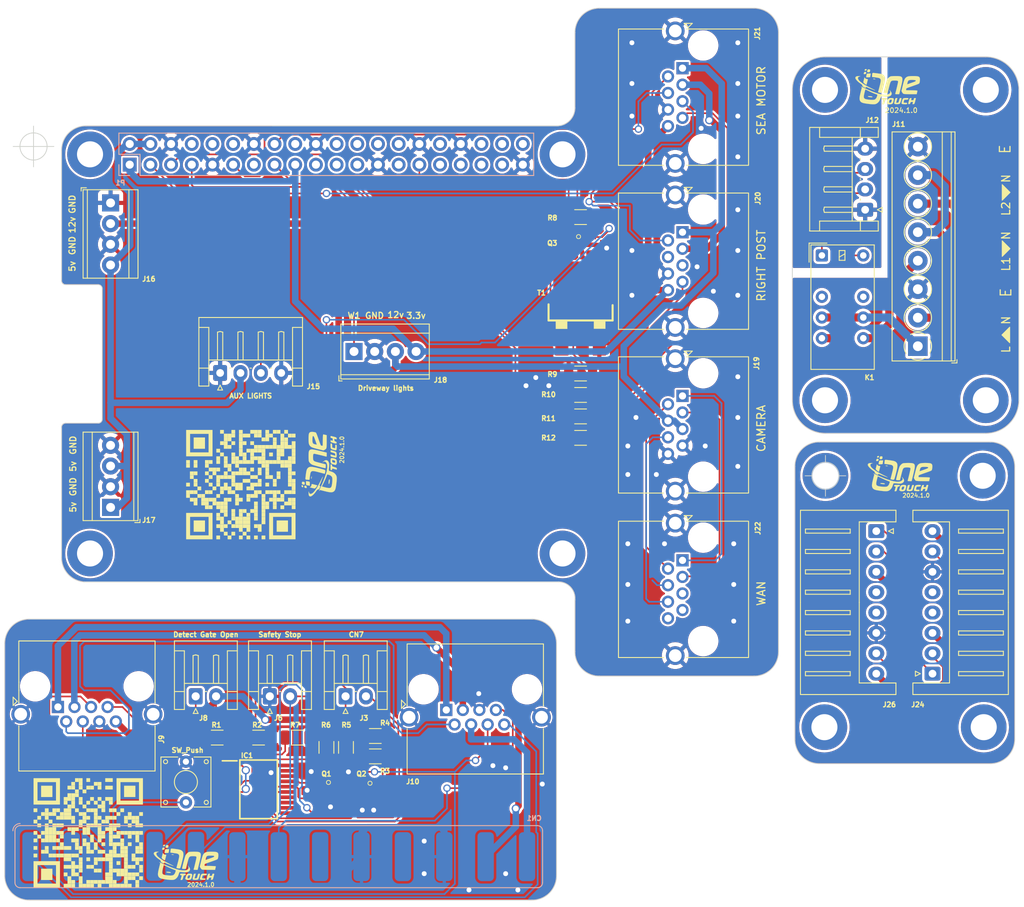
<source format=kicad_pcb>
(kicad_pcb (version 20240108) (generator "pcbnew") (generator_version "8.0")
  (title_block (title "Gate PCB's") (date "15 nov 2012") (rev "2022.1.2") (company "Donie Kelly"))
  (layers (0 "F.Cu" signal) (31 "B.Cu" signal) (34 "B.Paste" user) (35 "F.Paste" user) (36 "B.SilkS" user "B.Silkscreen") (37 "F.SilkS" user "F.Silkscreen") (38 "B.Mask" user) (39 "F.Mask" user) (44 "Edge.Cuts" user))
  (net 0 "")
  (net 1 "GND")
  (net 2 "START")
  (net 3 "STOP")
  (net 4 "PEDST")
  (net 6 "Net-(IC1-GP5)")
  (net 9 "Rpi11")
  (net 10 "3V3")
  (net 11 "W1")
  (net 16 "Net-(IC1-GP6)")
  (net 17 "Net-(IC1-GP7)")
  (net 19 "Net-(IC1-GP1)")
  (net 20 "Net-(IC1-GP0)")
  (net 21 "Net-(IC1-ADDR)")
  (net 24 "Rpi13")
  (net 26 "GATE_LED_COM")
  (net 33 "SCL1")
  (net 34 "SDA1")
  (net 37 "+12V")
  (net 38 "Rpi15")
  (net 39 "Rpi16")
  (net 40 "CN1_(FL)-")
  (net 41 "PH1")
  (net 42 "ANTENNA+")
  (net 43 "CN1_24v(FL)")
  (net 46 "Rpi29")
  (net 47 "L")
  (net 55 "L2")
  (net 56 "L1")
  (net 61 "REED LEFT")
  (net 62 "REED RIGHT")
  (net 64 "+5v")
  (net 65 "+12v")
  (net 66 "Net-(J12-Pin_2)")
  (net 67 "Net-(J12-Pin_3)")
  (net 68 "Net-(J15-Pin_3)")
  (net 69 "Net-(J19-Pad2)")
  (net 70 "Net-(J19-Pad6)")
  (net 71 "Net-(J19-Pad3)")
  (net 72 "Net-(J19-Pad1)")
  (net 76 "unconnected-(J22-Pad4)")
  (net 79 "N")
  (net 80 "E")
  (net 82 "GATE_LED_12V")
  (net 84 "Net-(J24-Pin_2)")
  (footprint "MountingHole:MountingHole_3.2mm_M3_DIN965_Pad" (layer "F.Cu") (at 64.48 107.694 180)
    (property "Reference" "MK5" (hide yes))
    (property "Value" "M3.2" (hide yes))
  )
  (footprint "MountingHole:MountingHole_3.2mm_M3_DIN965_Pad" (layer "F.Cu") (at 122.48 107.694 180)
    (property "Reference" "MK6" (hide yes))
    (property "Value" "M3.2" (hide yes))
  )
  (footprint "MountingHole:MountingHole_3.2mm_M3_DIN965_Pad" (layer "F.Cu") (at 64.48 156.694)
    (property "Reference" "MK7" (hide yes))
    (property "Value" "M3.2" (hide yes))
  )
  (footprint "MountingHole:MountingHole_3.2mm_M3_DIN965_Pad" (layer "F.Cu") (at 122.48 156.694)
    (property "Reference" "MK8" (hide yes))
    (property "Value" "M3.2" (hide yes))
  )
  (footprint "OneTouch_Logo:onetouchlogo" (layer "F.Cu") (at 92.75 145.75 90)
    (property "Reference" "G3" (hide yes))
    (property "Value" "LOGO" (hide yes))
  )
  (footprint "STD40NF10:D_PAK" (layer "F.Cu") (at 124.7 127.6)
    (property "Reference" "T1")
    (property "Value" "STD40NF10" (hide yes))
  )
  (footprint "Resistor_SMD:R_1206_3216Metric" (layer "F.Cu") (at 95.9 180.5 90)
    (property "Reference" "R5")
    (property "Value" "10k")
  )
  (footprint "Connector_RJ:RJ45_Amphenol_RJHSE5380" (layer "F.Cu") (at 137.21 117.254 -90)
    (property "Reference" "J20")
    (property "Value" "RJ45_Shielded")
  )
  (footprint "Resistor_SMD:R_1206_3216Metric" (layer "F.Cu") (at 99.5 181.6 180)
    (property "Reference" "R3")
    (property "Value" "10k")
  )
  (footprint "Connector_RJ:RJ45_Amphenol_RJHSE5380" (layer "F.Cu") (at 137.21 157.54 -90)
    (property "Reference" "J22")
    (property "Value" "Ethernet")
  )
  (footprint "MountingHole:MountingHole_3.2mm_M3_DIN965_Pad" (layer "F.Cu") (at 174.4425 137.886 -90)
    (property "Reference" "MK1" (hide yes))
    (property "Value" "M3.2" (hide yes))
  )
  (footprint "Resistor_SMD:R_1206_3216Metric" (layer "F.Cu") (at 124.7 134.6)
    (property "Reference" "R9")
    (property "Value" "10K")
  )
  (footprint "Resistor_SMD:R_1206_3216Metric" (layer "F.Cu") (at 99.5 179.1 180)
    (property "Reference" "R4")
    (property "Value" "10k")
  )
  (footprint "MountingHole:MountingHole_3.2mm_M3_DIN965_Pad" (layer "F.Cu") (at 154.703 137.886 -90)
    (property "Reference" "MK3" (hide yes))
    (property "Value" "M3.2" (hide yes))
  )
  (footprint "Resistor_SMD:R_1206_3216Metric" (layer "F.Cu") (at 89.9 179.2975)
    (property "Reference" "R7")
    (property "Value" "10k")
  )
  (footprint "MountingHole:MountingHole_3.2mm_M3_DIN965_Pad" (layer "F.Cu") (at 154.703 99.786 -90)
    (property "Reference" "MK4" (hide yes))
    (property "Value" "M3.2" (hide yes))
  )
  (footprint "Connector_RJ:RJ45_Amphenol_RJHSE5380" (layer "F.Cu") (at 60.54 175.54)
    (property "Reference" "J9")
    (property "Value" "RJ45_Shielded")
  )
  (footprint "Resistor_SMD:R_1206_3216Metric" (layer "F.Cu") (at 124.7 139.866666 180)
    (property "Reference" "R11")
    (property "Value" "1K")
  )
  (footprint "Connector_JST:JST_EH_S4B-EH_1x04_P2.50mm_Horizontal" (layer "F.Cu") (at 80.45 134.5325)
    (property "Reference" "J15")
    (property "Value" "AUX")
  )
  (footprint "Resistor_SMD:R_1206_3216Metric" (layer "F.Cu") (at 93.5 180.5 90)
    (property "Reference" "R6")
    (property "Value" "10k")
  )
  (footprint "Connector:Gate_Connector_2022" (layer "F.Cu") (at 87.649655 193.910767)
    (property "Reference" "J4" (hide yes))
    (property "Value" "CN1")
  )
  (footprint "Connector_RJ:RJ45_Amphenol_RJHSE5380" (layer "F.Cu") (at 108.212999 175.904999)
    (property "Reference" "J10")
    (property "Value" "RJ45_Shielded")
  )
  (footprint "Connector_RJ:RJ45_Amphenol_RJHSE5380" (layer "F.Cu") (at 137.21 97.118 -90)
    (property "Reference" "J21")
    (property "Value" "RJ45_Shielded" (hide yes))
  )
  (footprint "Relay_THT:Relay_DPDT_Kemet_EC2" (layer "F.Cu") (at 154.322 120.106)
    (property "Reference" "K1")
    (property "Value" "EC2-5SNU")
  )
  (footprint "Resistor_SMD:R_1206_3216Metric" (layer "F.Cu") (at 124.7 115.4)
    (property "Reference" "R8")
    (property "Value" "10k")
  )
  (footprint "TerminalBlock_TE-Connectivity:TerminalBlock_TE_282834-4_1x04_P2.54mm_Horizontal" (layer "F.Cu") (at 67 151.04 90)
    (property "Reference" "J17")
    (property "Value" "Fiber Power")
  )
  (footprint "Connector_RJ:RJ45_Amphenol_RJHSE5380" (layer "F.Cu") (at 137.21 137.354 -90)
    (property "Reference" "J19")
    (property "Value" "POE Camera")
  )
  (footprint "Resistor_SMD:R_1206_3216Metric" (layer "F.Cu") (at 124.7 137.233333 180)
    (property "Reference" "R10")
    (property "Value" "10K")
  )
  (footprint "Button_Switch_THT:TS-D015" (layer "F.Cu") (at 76.25 184.75 90)
    (property "Reference" "SW4" (hide yes))
    (property "Value" "SW_Push")
  )
  (footprint "FDC6561AN:SSOT-6" (layer "F.Cu") (at 99.1 185.9 -90)
    (property "Reference" "Q2")
    (property "Value" "FDC6561AN" (hide yes))
  )
  (footprint "MountingHole:MountingHole_3.2mm_M3_DIN965_Pad" (layer "F.Cu") (at 174.0615 147.157)
    (property "Reference" "MK10" (hide yes))
    (property "Value" "M3.2" (hide yes))
  )
  (footprint "TerminalBlock_Phoenix:TerminalBlock_Phoenix_PT-1,5-8-3.5-H_1x08_P3.50mm_Horizontal" (layer "F.Cu") (at 166.1 131.25 90)
    (property "Reference" "J11")
    (property "Value" "AUX")
  )
  (footprint "Resistor_SMD:R_1206_3216Metric" (layer "F.Cu") (at 124.7 142.5 180)
    (property "Reference" "R12")
    (property "Value" "1K")
  )
  (footprint "FDC6561AN:SSOT-6" (layer "F.Cu") (at 94 185.8 -90)
    (property "Reference" "Q1")
    (property "Value" "FDC6561AN" (hide yes))
  )
  (footprint "OneTouch_Logo:onetouchlogo" (layer "F.Cu") (at 76.25 194.75)
    (property "Reference" "G1" (hide yes))
    (property "Value" "LOGO" (hide yes))
  )
  (footprint "MountingHole:MountingHole_3.2mm_M3_DIN965_Pad" (layer "F.Cu") (at 154.7575 147.157)
    (property "Reference" "MK12" (hide yes))
    (property "Value" "M3.2" (hide yes))
  )
  (footprint "Connector_JST:JST_XH_S8B-XH-A_1x08_P2.50mm_Horizontal" (layer "F.Cu") (at 161 153.95 -90)
    (property "Reference" "J26")
    (property "Value" "Post")
  )
  (footprint "Connector_JST:JST_EH_S2B-EH_1x02_P2.50mm_Horizontal" (layer "F.Cu") (at 77.45 174.2325)
    (property "Reference" "J8")
    (property "Value" "Detect Gate Open")
  )
  (footprint "MCP23009-E_SS:SOP65P780X200-20N" (layer "F.Cu") (at 85.172185 185.6475)
    (property "Reference" "IC1")
    (property "Value" "MCP23009-E_SS" (hide yes))
  )
  (footprint "Connector_JST:JST_XH_S8B-XH-A_1x08_P2.50mm_Horizontal" (layer "F.Cu") (at 167.9 171.45 90)
    (property "Reference" "J24")
    (property "Value" "Pi")
  )
  (footprint "Resistor_SMD:R_1206_3216Metric" (layer "F.Cu") (at 80.092185 179.2975)
    (property "Reference" "R1")
    (property "Value" "1K")
  )
  (footprint "Logos:QRCode Github Automation" (layer "F.Cu") (at 89.972187 155.223698 90)
    (property "Reference" "U2" (hide yes))
    (property "Value" "~" (hide yes))
  )
  (footprint "MountingHole:MountingHole_3.2mm_M3_DIN965_Pad" (layer "F.Cu") (at 154.6305 178.018)
    (property "Reference" "MK11" (hide yes))
    (property "Value" "M3.2" (hide yes))
  )
  (footprint "Connector_JST:JST_EH_S4B-EH_1x04_P2.50mm_Horizontal" (layer "F.Cu") (at 159.6325 114.5 90)
    (property "Reference" "J12")
    (property "Value" "AUX")
  )
  (footprint "MountingHole:MountingHole_3.2mm_M3_DIN965_Pad" (layer "F.Cu") (at 174.4425 99.786 -90)
    (property "Reference" "MK2" (hide yes))
    (property "Value" "M3.2" (hide yes))
  )
  (footprint "Connector_JST:JST_EH_S2B-EH_1x02_P2.50mm_Horizontal" (layer "F.Cu") (at 86.55 174.2325)
    (property "Reference" "J6")
    (property "Value" "Safety Stop")
  )
  (footprint "Resistor_SMD:R_1206_3216Metric" (layer "F.Cu") (at 85.172185 179.2975)
    (property "Reference" "R2")
    (property "Value" "15K")
  )
  (footprint "TerminalBlock_TE-Connectivity:TerminalBlock_TE_282834-4_1x04_P2.54mm_Horizontal" (layer "F.Cu") (at 96.885 131.9)
    (property "Reference" "J18")
    (property "Value" "Driveway lights")
  )
  (footprint "OneTouch_Logo:onetouchlogo" (layer "F.Cu") (at 163.9015 147.03)
    (property "Reference" "G4" (hide yes))
    (property "Value" "LOGO" (hide yes))
  )
  (footprint "Logos:QRCode Github Automation" (layer "F.Cu") (at 57.276303 197.972187)
    (property "Reference" "U1" (hide yes))
    (property "Value" "~" (hide yes))
  )
  (footprint "Connector_JST:JST_EH_S2B-EH_1x02_P2.50mm_Horizontal" (layer "F.Cu") (at 95.85 174.2325)
    (property "Reference" "J3")
    (property "Value" "CN7")
  )
  (footprint "TerminalBlock_TE-Connectivity:TerminalBlock_TE_282834-4_1x04_P2.54mm_Horizontal" (layer "F.Cu") (at 67 113.66 -90)
    (property "Reference" "J16")
    (property "Value" "Power")
  )
  (footprint "MountingHole:MountingHole_3.2mm_M3_DIN965_Pad" (layer "F.Cu") (at 174.1885 178.018)
    (property "Reference" "MK9" (hide yes))
    (property "Value" "M3.2" (hide yes))
  )
  (footprint "OneTouch_Logo:onetouchlogo" (layer "F.Cu") (at 162.3775 99.532)
    (property "Reference" "G2" (hide yes))
    (property "Value" "LOGO" (hide yes))
  )
  (footprint "FDC6561AN:SSOT-6" (layer "F.Cu") (at 124.7 118.8 -90)
    (property "Reference" "Q3")
    (property "Value" "FDC6561AN" (hide yes))
  )
  (footprint "Connector_PinSocket_2.54mm:PinSocket_2x20_P2.54mm_Vertical" (layer "B.Cu") (at 69.35 108.964 -90)
    (property "Reference" "P1")
    (property "Value" "pi")
  )
  (gr_poly (pts (xy 177.379845 130.831413) (xy 176.417845 129.869413) (xy 177.379845 128.907413)) (stroke (width 0.1)) (fill solid) (layer "F.SilkS"))
  (gr_poly (pts (xy 176.455845 111.407413) (xy 177.417845 112.369413) (xy 176.455845 113.331413)) (stroke (width 0.1)) (fill solid) (layer "F.SilkS"))
  (gr_poly (pts (xy 176.455845 118.307413) (xy 177.417845 119.269413) (xy 176.455845 120.231413)) (stroke (width 0.1)) (fill solid) (layer "F.SilkS"))
  (gr_arc (start 122 160.184614) (mid 123.42085 160.77315) (end 124 162.387989) (stroke (width 0.1)) (layer "Edge.Cuts"))
  (gr_arc (start 65.4801 123.694) (mid 65.833587 123.84043) (end 65.98 124.1939) (stroke (width 0.1)) (layer "Edge.Cuts"))
  (gr_line (start 174.4426 95.722) (end 154.7575 95.722) (stroke (width 0.1)) (layer "Edge.Cuts"))
  (gr_arc (start 57 199.25) (mid 54.87868 198.37132) (end 54 196.25) (stroke (width 0.1)) (layer "Edge.Cuts"))
  (gr_line (start 124 92.75) (end 124 102) (stroke (width 0.1)) (layer "Edge.Cuts"))
  (gr_arc (start 118.75 164.75) (mid 120.87132 165.62868) (end 121.75 167.75) (stroke (width 0.1)) (layer "Edge.Cuts"))
  (gr_arc (start 174.4426 95.722) (mid 177.316211 96.912289) (end 178.5065 99.7859) (stroke (width 0.1)) (layer "Edge.Cuts"))
  (gr_line (start 118.75 199.25) (end 57 199.25) (stroke (width 0.1)) (layer "Edge.Cuts"))
  (gr_line (start 60.98 141.194) (end 60.98 157.1939) (stroke (width 0.1)) (layer "Edge.Cuts"))
  (gr_line (start 146 171.75) (end 127 171.75) (stroke (width 0.1)) (layer "Edge.Cuts"))
  (gr_arc (start 65.98 140.194) (mid 65.833555 140.547546) (end 65.48 140.694) (stroke (width 0.1)) (layer "Edge.Cuts"))
  (gr_arc (start 60.98 107.194) (mid 61.858682 105.072672) (end 63.98 104.194) (stroke (width 0.1)) (layer "Edge.Cuts"))
  (gr_line (start 151 179.5) (end 151 146) (stroke (width 0.1)) (layer "Edge.Cuts"))
  (gr_arc (start 124 102) (mid 123.357392 103.551392) (end 121.806 104.194) (stroke (width 0.1)) (layer "Edge.Cuts"))
  (gr_line (start 121.75 167.75) (end 121.75 196.25) (stroke (width 0.1)) (layer "Edge.Cuts"))
  (gr_arc (start 175 143) (mid 177.12132 143.87868) (end 178 146) (stroke (width 0.1)) (layer "Edge.Cuts"))
  (gr_line (start 57 164.75) (end 118.75 164.75) (stroke (width 0.1)) (layer "Edge.Cuts"))
  (gr_line (start 65.48 140.694) (end 61.48 140.694001) (stroke (width 0.1)) (layer "Edge.Cuts"))
  (gr_line (start 178.5065 137.886) (end 178.5065 99.7859) (stroke (width 0.1)) (layer "Edge.Cuts"))
  (gr_line (start 149 168.75) (end 149 92.75) (stroke (width 0.1)) (layer "Edge.Cuts"))
  (gr_arc (start 154.7576 141.95) (mid 151.883847 140.759653) (end 150.6935 137.8859) (stroke (width 0.1)) (layer "Edge.Cuts"))
  (gr_arc (start 127 171.75) (mid 124.87868 170.87132) (end 124 168.75) (stroke (width 0.1)) (layer "Edge.Cuts"))
  (gr_line (start 60.98 107.194) (end 60.98 123.1939) (stroke (width 0.1)) (layer "Edge.Cuts"))
  (gr_arc (start 154 182.5) (mid 151.87868 181.62132) (end 151 179.5) (stroke (width 0.1)) (layer "Edge.Cuts"))
  (gr_line (start 154 143) (end 175 143) (stroke (width 0.1)) (layer "Edge.Cuts"))
  (gr_line (start 150.6935 99.786) (end 150.6935 137.8859) (stroke (width 0.1)) (layer "Edge.Cuts"))
  (gr_arc (start 150.6935 99.786) (mid 151.883818 96.912318) (end 154.7575 95.722) (stroke (width 0.1)) (layer "Edge.Cuts"))
  (gr_line (start 65.98 124.1939) (end 65.98 140.194) (stroke (width 0.1)) (layer "Edge.Cuts"))
  (gr_arc (start 54 167.75) (mid 54.87868 165.62868) (end 57 164.75) (stroke (width 0.1)) (layer "Edge.Cuts"))
  (gr_arc (start 63.743023 160.184614) (mid 61.858713 159.315304) (end 60.980006 157.1939) (stroke (width 0.1)) (layer "Edge.Cuts"))
  (gr_arc (start 151 146) (mid 151.87868 143.87868) (end 154 143) (stroke (width 0.1)) (layer "Edge.Cuts"))
  (gr_arc (start 146 89.75) (mid 148.12132 90.62868) (end 149 92.75) (stroke (width 0.1)) (layer "Edge.Cuts"))
  (gr_arc (start 121.75 196.25) (mid 120.87132 198.37132) (end 118.75 199.25) (stroke (width 0.1)) (layer "Edge.Cuts"))
  (gr_arc (start 60.98 141.194) (mid 61.12614 140.840748) (end 61.48 140.694) (stroke (width 0.1)) (layer "Edge.Cuts"))
  (gr_line (start 178 146) (end 178 179.5) (stroke (width 0.1)) (layer "Edge.Cuts"))
  (gr_line (start 175 182.5) (end 154 182.5) (stroke (width 0.1)) (layer "Edge.Cuts"))
  (gr_line (start 122 160.184614) (end 63.743023 160.184614) (stroke (width 0.1)) (layer "Edge.Cuts"))
  (gr_line (start 124 168.75) (end 124 162.387989) (stroke (width 0.1)) (layer "Edge.Cuts"))
  (gr_line (start 154.7576 141.95) (end 174.4425 141.95) (stroke (width 0.1)) (layer "Edge.Cuts"))
  (gr_arc (start 149 168.75) (mid 148.12132 170.87132) (end 146 171.75) (stroke (width 0.1)) (layer "Edge.Cuts"))
  (gr_line (start 61.4801 123.694) (end 65.4801 123.694) (stroke (width 0.1)) (layer "Edge.Cuts"))
  (gr_line (start 63.98 104.194) (end 121.806 104.194) (stroke (width 0.1)) (layer "Edge.Cuts"))
  (gr_line (start 54 196.25) (end 54 167.75) (stroke (width 0.1)) (layer "Edge.Cuts"))
  (gr_arc (start 124 92.75) (mid 124.87868 90.62868) (end 127 89.75) (stroke (width 0.1)) (layer "Edge.Cuts"))
  (gr_arc (start 61.4801 123.694) (mid 61.12648 123.547537) (end 60.98 123.1939) (stroke (width 0.1)) (layer "Edge.Cuts"))
  (gr_line (start 127 89.75) (end 146 89.75) (stroke (width 0.1)) (layer "Edge.Cuts"))
  (gr_arc (start 178 179.5) (mid 177.12132 181.62132) (end 175 182.5) (stroke (width 0.1)) (layer "Edge.Cuts"))
  (gr_arc (start 178.5065 137.886) (mid 177.316182 140.759682) (end 174.4425 141.95) (stroke (width 0.1)) (layer "Edge.Cuts"))
  (gr_text "2024.1.0\n" (at 76.35 197.35 0) (layer "F.SilkS") (effects (font (size 0.5 0.5) (thickness 0.1)) (justify left)))
  (gr_text "L2" (at 176.917845 114.369413 90) (layer "F.SilkS") (effects (font (size 1 1))))
  (gr_text "12v" (at 62.3 116.36 90) (layer "F.SilkS") (effects (font (size 0.75 0.75))))
  (gr_text "GND" (at 99.4 127.5 0) (layer "F.SilkS") (effects (font (size 0.75 0.75))))
  (gr_text "GND" (at 62.4 143.4 90) (layer "F.SilkS") (effects (font (size 0.75 0.75))))
  (gr_text "WAN" (at 147.46 161.6 90) (layer "F.SilkS") (effects (font (size 1 1) (thickness 0.15) (bold yes)) (justify bottom)))
  (gr_text "L" (at 176.917845 131.669413 90) (layer "F.SilkS") (effects (font (size 1 1))))
  (gr_text "5v" (at 62.4 151 90) (layer "F.SilkS") (effects (font (size 0.75 0.75))))
  (gr_text "N" (at 176.917845 110.669413 90) (layer "F.SilkS") (effects (font (size 1 1))))
  (gr_text "RIGHT POST" (at 147.46 121.35 90) (layer "F.SilkS") (effects (font (size 1 1) (thickness 0.15) (bold yes)) (justify bottom)))
  (gr_text "SEA MOTOR" (at 147.46 101.1 90) (layer "F.SilkS") (effects (font (size 1 1) (thickness 0.15) (bold yes)) (justify bottom)))
  (gr_text "W1" (at 96.9 127.5 0) (layer "F.SilkS") (effects (font (size 0.75 0.75))))
  (gr_text "2024.1.0\n" (at 95.41 145.694 90) (layer "F.SilkS") (effects (font (size 0.5 0.5) (thickness 0.1)) (justify left)))
  (gr_text "N" (at 176.917845 117.669413 90) (layer "F.SilkS") (effects (font (size 1 1))))
  (gr_text "5v" (at 62.4 146 90) (layer "F.SilkS") (effects (font (size 0.75 0.75))))
  (gr_text "N" (at 176.917845 128.069413 90) (layer "F.SilkS") (effects (font (size 1 1))))
  (gr_text "GND" (at 62.3 118.9 90) (layer "F.SilkS") (effects (font (size 0.75 0.75))))
  (gr_text "AUX LIGHTS" (at 84.2 137.7 0) (layer "F.SilkS") (effects (font (size 0.6 0.6) (thickness 0.15) (bold yes)) (justify bottom)))
  (gr_text "5v\n" (at 62.3 121.44 90) (layer "F.SilkS") (effects (font (size 0.75 0.75))))
  (gr_text "CAMERA" (at 147.46 141.35 90) (layer "F.SilkS") (effects (font (size 1 1) (thickness 0.15) (bold yes)) (justify bottom)))
  (gr_text "3.3v" (at 104.5 127.5 0) (layer "F.SilkS") (effects (font (size 0.75 0.75))))
  (gr_text "2024.1.0" (at 164.1555 149.57 0) (layer "F.SilkS") (effects (font (size 0.5 0.5) (thickness 0.1)) (justify left)))
  (gr_text "E\n" (at 176.817845 107.069413 90) (layer "F.SilkS") (effects (font (size 1.3 1.3))))
  (gr_text "12v" (at 102 127.4 0) (layer "F.SilkS") (effects (font (size 0.75 0.75))))
  (gr_text "L1" (at 176.917845 121.169413 90) (layer "F.SilkS") (effects (font (size 1 1))))
  (gr_text "GND" (at 62.3 113.82 90) (layer "F.SilkS") (effects (font (size 0.75 0.75))))
  (gr_text "GND" (at 62.4 148.5 90) (layer "F.SilkS") (effects (font (size 0.75 0.75))))
  (gr_text "E\n" (at 176.917845 124.669413 90) (layer "F.SilkS") (effects (font (size 1.3 1.3))))
  (gr_text "2024.1.0" (at 162 102.3 0) (layer "F.SilkS") (effects (font (size 0.6 0.6) (thickness 0.1)) (justify left)))
  (target plus (at 154.7575 147.157) (size 5) (width 0.1) (layer "Edge.Cuts"))
  (target plus (at 57.544345 106.729413) (size 5) (width 0.1) (layer "Edge.Cuts"))
  (via (at 91.1282 185.7632) (size 0.9) (drill 0.6) (layers "F.Cu" "B.Cu") (net 1))
  (via (at 113.935968 182.739834) (size 0.9) (drill 0.6) (layers "F.Cu" "B.Cu") (net 1))
  (via (at 141 124.5) (size 0.9) (drill 0.6) (layers "F.Cu" "B.Cu") (net 1))
  (via (at 115.5 196) (size 0.9) (drill 0.6) (layers "F.Cu" "B.Cu") (net 1))
  (via (at 131 103) (size 0.9) (drill 0.6) (layers "F.Cu" "B.Cu") (net 1))
  (via (at 144 108) (size 0.9) (drill 0.6) (layers "F.Cu" "B.Cu") (net 1))
  (via (at 134 147) (size 0.9) (drill 0.6) (layers "F.Cu" "B.Cu") (net 1))
  (via (at 131.5 140) (size 0.9) (drill 0.6) (layers "F.Cu" "B.Cu") (net 1))
  (via (at 119.2 135.1) (size 0.9) (drill 0.6) (layers "F.Cu" "B.Cu") (net 1))
  (via (at 112.2 173.9) (size 0.9) (drill 0.6) (layers "F.Cu" "B.Cu") (net 1))
  (via (at 97.9 188.2) (size 0.9) (drill 0.6) (layers "F.Cu" "B.Cu") (net 1))
  (via (at 94 187.8) (size 0.9) (drill 0.6) (layers "F.Cu" "B.Cu") (net 1))
  (via (at 127.9 119.2) (size 0.9) (drill 0.6) (layers "F.Cu" "B.Cu") (net 1))
  (via (at 144 146) (size 0.9) (drill 0.6) (layers "F.Cu" "B.Cu") (net 1))
  (via (at 140 143.5) (size 0.9) (drill 0.6) (layers "F.Cu" "B.Cu") (net 1))
  (via (at 117 198) (size 0.9) (drill 0.6) (layers "F.Cu" "B.Cu") (net 1))
  (via (at 143.5 165) (size 0.9) (drill 0.6) (layers "F.Cu" "B.Cu") (net 1))
  (via (at 130.5 143.5) (size 0.9) (drill 0.6) (layers "F.Cu" "B.Cu") (net 1))
  (via (at 143.5 160.5) (size 0.9) (drill 0.6) (layers "F.Cu" "B.Cu") (net 1))
  (via (at 131 125) (size 0.9) (drill 0.6) (layers "F.Cu" "B.Cu") (net 1))
  (via (at 144 140) (size 0.9) (drill 0.6) (layers "F.Cu" "B.Cu") (net 1))
  (via (at 143.5 155.5) (size 0.9) (drill 0.6) (layers "F.Cu" "B.Cu") (net 1))
  (via (at 144 94) (size 0.9) (drill 0.6) (layers "F.Cu" "B.Cu") (net 1))
  (via (at 144 135) (size 0.9) (drill 0.6) (layers "F.Cu" "B.Cu") (net 1))
  (via (at 139.5 104.5) (size 0.9) (drill 0.6) (layers "F.Cu" "B.Cu") (net 1))
  (via (at 135 155.5) (size 0.9) (drill 0.6) (layers "F.Cu" "B.Cu") (net 1))
  (via (at 120 185) (size 0.9) (drill 0.6) (layers "F.Cu" "B.Cu") (net 1))
  (via (at 130.5 165) (size 0.9) (drill 0.6) (layers "F.Cu" "B.Cu") (net 1))
  (via (at 130.5 147) (size 0.9) (drill 0.6) (layers "F.Cu" "B.Cu") (net 1))
  (via (at 131 94) (size 0.9) (drill 0.6) (layers "F.Cu" "B.Cu") (net 1))
  (via (at 115.5 183) (size 0.9) (drill 0.6) (layers "F.Cu" "B.Cu") (net 1))
  (via (at 111 198) (size 0.9) (drill 0.6) (layers "F.Cu" "B.Cu") (net 1))
  (via (at 144 125) (size 0.9) (drill 0.6) (layers "F.Cu" "B.Cu") (net 1))
  (via (at 144 103) (size 0.9) (drill 0.6) (layers "F.Cu" "B.Cu") (net 1))
  (via (at 144 99) (size 0.9) (drill 0.6) (layers "F.Cu" "B.Cu") (net 1))
  (via (at 139 121.5) (size 0.9) (drill 0.6) (layers "F.Cu" "B.Cu") (net 1))
  (via (at 144 114.5) (size 0.9) (drill 0.6) (layers "F.Cu" "B.Cu") (net 1))
  (via (at 144 119.5) (size 0.9) (drill 0.6) (layers "F.Cu" "B.Cu") (net 1))
  (via (at 86.7 183.6) (size 0.9) (drill 0.6) (layers "F.Cu" "B.Cu") (net 1))
  (via (at 130.5 155.5) (size 0.9) (drill 0.6) (layers "F.Cu" "B.Cu") (net 1))
  (via (at 105.5 196) (size 0.9) (drill 0.6) (layers "F.Cu" "B.Cu") (net 1))
  (via (at 131 99) (size 0.9) (drill 0.6) (layers "F.Cu" "B.Cu") (net 1))
  (via (at 130.5 160.5) (size 0.9) (drill 0.6) (layers "F.Cu" "B.Cu") (net 1))
  (via (at 91.6282 183.4632) (size 0.9) (drill 0.6) (layers "F.Cu" "B.Cu") (net 1))
  (via (at 120.8 136.1) (size 0.9) (drill 0.6) (layers "F.Cu" "B.Cu") (net 1))
  (via (at 105.5 192) (size 0.9) (drill 0.6) (layers "F.Cu" "B.Cu") (net 1))
  (via (at 131 119.5) (size 0.9) (drill 0.6) (layers "F.Cu" "B.Cu") (net 1))
  (via (at 118 136.1) (size 0.9) (drill 0.6) (layers "F.Cu" "B.Cu") (net 1))
  (via (at 96.2 183.5) (size 0.9) (drill 0.6) (layers "F.Cu" "B.Cu") (net 1))
  (via (at 99.3 188.2) (size 0.9) (drill 0.6) (layers "F.Cu" "B.Cu") (net 1))
  (segment (start 94.209655 197.510767) (end 97.809655 193.910767) (width 0.8) (layer "B.Cu") (net 1))
  (segment (start 62.249655 197.049655) (end 62.710767 197.510767) (width 0.8) (layer "B.Cu") (net 1))
  (segment (start 107.969655 190.769655) (end 107.969655 193.910767) (width 0.8) (layer "B.Cu") (net 1))
  (segment (start 62.710767 197.510767) (end 82.5 197.510767) (width 0.8) (layer "B.Cu") (net 1))
  (segment (start 98.5 190.3) (end 107.5 190.3) (width 0.8) (layer "B.Cu") (net 1))
  (segment (start 82.569655 197.441112) (end 82.5 197.510767) (width 0.8) (layer "B.Cu") (net 1))
  (segment (start 97.809655 193.910767) (end 97.809655 190.990345) (width 0.8) (layer "B.Cu") (net 1))
  (segment (start 107.5 190.3) (end 107.969655 190.769655) (width 0.8) (layer "B.Cu") (net 1))
  (segment (start 82.569655 193.910767) (end 82.569655 197.441112) (width 0.8) (layer "B.Cu") (net 1))
  (segment (start 82.5 197.510767) (end 94.209655 197.510767) (width 0.8) (layer "B.Cu") (net 1))
  (segment (start 62.249655 193.910767) (end 62.249655 197.049655) (width 0.8) (layer "B.Cu") (net 1))
  (segment (start 97.809655 190.990345) (end 98.5 190.3) (width 0.8) (layer "B.Cu") (net 1))
  (segment (start 113.292999 180.609767) (end 111.802765 182.100001) (width 0.2) (layer "F.Cu") (net 2))
  (segment (start 96.35 184.85) (end 97.7 183.5) (width 0.2) (layer "F.Cu") (net 2))
  (segment (start 97.7 183.5) (end 99.4 183.5) (width 0.2) (layer "F.Cu") (net 2))
  (segment (start 95.3 184.85) (end 96.35 184.85) (width 0.2) (layer "F.Cu") (net 2))
  (segment (start 113.292999 177.684999) (end 113.292999 180.609767) (width 0.2) (layer "F.Cu") (net 2))
  (via (at 111.802765 182.100001) (size 0.9) (drill 0.6) (layers "F.Cu" "B.Cu") (net 2))
  (via (at 99.4 183.5) (size 0.9) (drill 0.6) (layers "F.Cu" "B.Cu") (net 2))
  (segment (start 67.329655 187.920345) (end 68 187.25) (width 0.2) (layer "B.Cu") (net 2))
  (segment (start 60.7 191.32178) (end 61.42178 190.6) (width 0.2) (layer "B.Cu") (net 2))
  (segment (start 110.669654 182.100001) (end 111.802765 182.100001) (width 0.2) (layer "B.Cu") (net 2))
  (segment (start 61.42178 190.6) (end 64.018888 190.6) (width 0.2) (layer "B.Cu") (net 2))
  (segment (start 109.269655 183.5) (end 109.269655 197.230345) (width 0.2) (layer "B.Cu") (net 2))
  (segment (start 108 198.5) (end 62.4 198.5) (width 0.2) (layer "B.Cu") (net 2))
  (segment (start 68 187.25) (end 76.25 187.25) (width 0.2) (layer "B.Cu") (net 2))
  (segment (start 99.4 183.5) (end 109.269655 183.5) (width 0.2) (layer "B.Cu") (net 2))
  (segment (start 62.4 198.5) (end 60.7 196.8) (width 0.2) (layer "B.Cu") (net 2))
  (segment (start 60.7 196.8) (end 60.7 191.32178) (width 0.2) (layer "B.Cu") (net 2))
  (segment (start 67.329655 193.910767) (end 67.329655 187.920345) (width 0.2) (layer "B.Cu") (net 2))
  (segment (start 109.269655 197.230345) (end 108 198.5) (width 0.2) (layer "B.Cu") (net 2))
  (segment (start 64.018888 190.6) (end 67.329655 193.910767) (width 0.2) (layer "B.Cu") (net 2))
  (segment (start 109.269655 183.5) (end 110.669654 182.100001) (width 0.2) (layer "B.Cu") (net 2))
  (segment (start 94.9 177.6) (end 91.5325 174.2325) (width 0.2) (layer "F.Cu") (net 3))
  (segment (start 100.4 183.1) (end 99.7 182.4) (width 0.2) (layer "F.Cu") (net 3))
  (segment (start 98.896814 177.6) (end 94.9 177.6) (width 0.2) (layer "F.Cu") (net 3))
  (segment (start 91.5325 174.2325) (end 89.05 174.2325) (width 0.2) (layer "F.Cu") (net 3))
  (segment (start 99.7 178.403186) (end 98.896814 177.6) (width 0.2) (layer "F.Cu") (net 3))
  (segment (start 99.7 182.4) (end 99.7 178.403186) (width 0.2) (layer "F.Cu") (net 3))
  (segment (start 100.4 184.95) (end 100.4 183.1) (width 0.2) (layer "F.Cu") (net 3))
  (segment (start 86.6 190.3) (end 89.05 187.85) (width 0.2) (layer "B.Cu") (net 3))
  (segment (start 77.489655 193.870767) (end 81.060422 190.3) (width 0.2) (layer "B.Cu") (net 3))
  (segment (start 89.05 187.85) (end 89.05 174.2325) (width 0.2) (layer "B.Cu") (net 3))
  (segment (start 81.060422 190.3) (end 86.6 190.3) (width 0.2) (layer "B.Cu") (net 3))
  (segment (start 92 188.8) (end 94.9 188.8) (width 0.2) (layer "F.Cu") (net 4))
  (segment (start 95.3 188.4) (end 95.3 186.75) (width 0.2) (layer "F.Cu") (net 4))
  (segment (start 91.1 187.9) (end 92 188.8) (width 0.2) (layer "F.Cu") (net 4))
  (segment (start 94.9 188.8) (end 95.3 188.4) (width 0.2) (layer "F.Cu") (net 4))
  (via (at 91.1 187.9) (size 0.9) (drill 0.6) (layers "F.Cu" "B.Cu") (net 4))
  (segment (start 90.5 185.2914) (end 90.2282 185.5632) (width 0.2) (layer "B.Cu") (net 4))
  (segment (start 87.8 173.4) (end 88.4 172.8) (width 0.2) (layer "B.Cu") (net 4))
  (segment (start 87.8 188.5) (end 87.8 173.4) (width 0.2) (layer "B.Cu") (net 4))
  (segment (start 90.5 173.5) (end 90.5 185.2914) (width 0.2) (layer "B.Cu") (net 4))
  (segment (start 90.2282 187.0282) (end 91.1 187.9) (width 0.2) (layer "B.Cu") (net 4))
  (segment (start 88.4 172.8) (end 89.8 172.8) (width 0.2) (layer "B.Cu") (net 4))
  (segment (start 89.8 172.8) (end 90.5 173.5) (width 0.2) (layer "B.Cu") (net 4))
  (segment (start 76.380422 189.9) (end 86.4 189.9) (width 0.2) (layer "B.Cu") (net 4))
  (segment (start 86.4 189.9) (end 87.8 188.5) (width 0.2) (layer "B.Cu") (net 4))
  (segment (start 72.409655 193.870767) (end 76.380422 189.9) (width 0.2) (layer "B.Cu") (net 4))
  (segment (start 90.2282 185.5632) (end 90.2282 187.0282) (width 0.2) (layer "B.Cu") (net 4))
  (segment (start 85.2 185.8) (end 85.3725 185.9725) (width 0.2) (layer "F.Cu") (net 6))
  (segment (start 85.3725 185.9725) (end 88.722185 185.9725) (width 0.2) (layer "F.Cu") (net 6))
  (segment (start 87.1 188.675315) (end 87.624685 189.2) (width 0.2) (layer "F.Cu") (net 6))
  (segment (start 87.5725 185.9725) (end 87.1 186.445) (width 0.2) (layer "F.Cu") (net 6))
  (segment (start 97 184.95) (end 97.8 184.95) (width 0.2) (layer "F.Cu") (net 6))
  (segment (start 88.722185 185.9725) (end 87.5725 185.9725) (width 0.2) (layer "F.Cu") (net 6))
  (segment (start 88.4375 180.9625) (end 88.0368 181.3632) (width 0.2) (layer "F.Cu") (net 6))
  (segment (start 88.4375 179.2975) (end 88.4375 180.9625) (width 0.2) (layer "F.Cu") (net 6))
  (segment (start 96.9 185.05) (end 97 184.95) (width 0.2) (layer "F.Cu") (net 6))
  (segment (start 85.2 181.8) (end 85.2 185.8) (width 0.2) (layer "F.Cu") (net 6))
  (segment (start 88.0368 181.3632) (end 85.6368 181.3632) (width 0.2) (layer "F.Cu") (net 6))
  (segment (start 85.6368 181.3632) (end 85.2 181.8) (width 0.2) (layer "F.Cu") (net 6))
  (segment (start 87.1 186.445) (end 87.1 188.675315) (width 0.2) (layer "F.Cu") (net 6))
  (segment (start 96.4914 189.2) (end 96.9 188.7914) (width 0.2) (layer "F.Cu") (net 6))
  (segment (start 96.9 188.7914) (end 96.9 185.05) (width 0.2) (layer "F.Cu") (net 6))
  (segment (start 87.624685 189.2) (end 96.4914 189.2) (width 0.2) (layer "F.Cu") (net 6))
  (segment (start 85.9 108.567654) (end 86.767654 107.7) (width 0.2) (layer "F.Cu") (net 9))
  (segment (start 86.767654 107.7) (end 95.3 107.7) (width 0.2) (layer "F.Cu") (net 9))
  (segment (start 116.665685 130.9) (end 122.4 130.9) (width 0.2) (layer "F.Cu") (net 9))
  (segment (start 85.3 110.4) (end 85.9 109.8) (width 0.2) (layer "F.Cu") (net 9))
  (segment (start 82.05 108.964) (end 83.486 110.4) (width 0.2) (layer "F.Cu") (net 9))
  (segment (start 83.486 110.4) (end 85.3 110.4) (width 0.2) (layer "F.Cu") (net 9))
  (segment (start 95.3 107.7) (end 96 108.4) (width 0.2) (layer "F.Cu") (net 9))
  (segment (start 96 108.4) (end 96 110.234315) (width 0.2) (layer "F.Cu") (net 9))
  (segment (start 96 110.234315) (end 116.665685 130.9) (width 0.2) (layer "F.Cu") (net 9))
  (segment (start 85.9 109.8) (end 85.9 108.567654) (width 0.2) (layer "F.Cu") (net 9))
  (segment (start 91.3625 179.2975) (end 93.24 179.2975) (width 0.8) (layer "F.Cu") (net 10))
  (segment (start 133 106.66) (end 135.43 104.23) (width 0.8) (layer "F.Cu") (net 10))
  (segment (start 93.5 179.0375) (end 95.9 179.0375) (width 0.8) (layer "F.Cu") (net 10))
  (segment (start 161 171.5) (end 161 171.45) (width 0.8) (layer "F.Cu") (net 10))
  (segment (start 171.5 173) (end 171.5 157.55) (width 0.8) (layer "F.Cu") (net 10))
  (segment (start 93.54 179.2975) (end 93.8 179.0375) (width 0.8) (layer "F.Cu") (net 10))
  (segment (start 83.2275 185.9725) (end 81.622185 185.9725) (width 0.2) (layer "F.Cu") (net 10))
  (segment (start 171.5 157.55) (end 167.9 153.95) (width 0.8) (layer "F.Cu") (net 10))
  (segment (start 97.975 179.0375) (end 98.0375 179.1) (width 0.8) (layer "F.Cu") (net 10))
  (segment (start 79.107365 182.7225) (end 78.629685 182.24482) (width 0.2) (layer "F.Cu") (net 10))
  (segment (start 93.5 177.4) (end 93.5 179.0375) (width 0.8) (layer "F.Cu") (net 10))
  (segment (start 93.2 177.1) (end 93.5 177.4) (width 0.8) (layer "F.Cu") (net 10))
  (segment (start 83.1225 182.7225) (end 83.6 183.2) (width 0.2) (layer "F.Cu") (net 10))
  (segment (start 133 123.9) (end 133 106.66) (width 0.8) (layer "F.Cu") (net 10))
  (segment (start 165.05 175.55) (end 161 171.5) (width 0.8) (layer "F.Cu") (net 10))
  (segment (start 79.95 174.75) (end 79.95 174.2325) (width 0.8) (layer "F.Cu") (net 10))
  (segment (start 135.43 124.366) (end 133.466 124.366) (width 0.8) (layer "F.Cu") (net 10))
  (segment (start 81.622185 182.7225) (end 83.1225 182.7225) (width 0.2) (layer "F.Cu") (net 10))
  (segment (start 81.622185 182.7225) (end 79.107365 182.7225) (width 0.2) (layer "F.Cu") (net 10))
  (segment (start 98.0375 179.1) (end 98.0375 181.6) (width 0.8) (layer "F.Cu") (net 10))
  (segment (start 76 178.7) (end 79.95 174.75) (width 0.8) (layer "F.Cu") (net 10))
  (segment (start 133.466 124.366) (end 133 123.9) (width 0.8) (layer "F.Cu") (net 10))
  (segment (start 83.6 183.2) (end 83.6 183.3) (width 0.2) (layer "F.Cu") (net 10))
  (segment (start 69.032 178.7) (end 76 178.7) (width 0.8) (layer "F.Cu") (net 10))
  (segment (start 79.95 177.977185) (end 79.95 174.2325) (width 0.2) (layer "F.Cu") (net 10))
  (segment (start 83.6 185.6) (end 83.2275 185.9725) (width 0.2) (layer "F.Cu") (net 10))
  (segment (start 78.629685 179.2975) (end 79.95 177.977185) (width 0.2) (layer "F.Cu") (net 10))
  (segment (start 95.9 179.0375) (end 97.975 179.0375) (width 0.8) (layer "F.Cu") (net 10))
  (segment (start 165.05 175.55) (end 168.95 175.55) (width 0.8) (layer "F.Cu") (net 10))
  (segment (start 93.24 179.2975) (end 93.5 179.0375) (width 0.8) (layer "F.Cu") (net 10))
  (segment (start 93.2 177.1) (end 86 177.1) (width 0.8) (layer "F.Cu") (net 10))
  (segment (start 67.652 177.32) (end 69.032 178.7) (width 0.8) (layer "F.Cu") (net 10))
  (segment (start 78.629685 182.24482) (end 78.629685 179.2975) (width 0.2) (layer "F.Cu") (net 10))
  (segment (start 168.95 175.55) (end 171.5 173) (width 0.8) (layer "F.Cu") (net 10))
  (via (at 83.6 185.6) (size 1) (drill 0.7) (layers "F.Cu" "B.Cu") (net 10))
  (via (at 86 177.1) (size 1) (drill 0.7) (layers "F.Cu" "B.Cu") (net 10))
  (via (at 83.6 183.3) (size 1) (drill 0.7) (layers "F.Cu" "B.Cu") (net 10))
  (segment (start 86 177.1) (end 86 177) (width 0.8) (layer "B.Cu") (net 10))
  (segment (start 83.6 183.3) (end 83.6 185.6) (width 0.2) (layer "B.Cu") (net 10))
  (segment (start 127.85 131.9) (end 104.505 131.9) (width 0.8) (layer "B.Cu") (net 10))
  (segment (start 93.044365 129.1) (end 101.705 129.1) (width 0.8) (layer "B.Cu") (net 10))
  (segment (start 86 177) (end 83.2325 174.2325) (width 0.8) (layer "B.Cu") (net 10))
  (segment (start 70.5 111) (end 89 111) (width 0.8) (layer "B.Cu") (net 10))
  (segment (start 89 111) (end 89.67 110.33) (width 0.8) (layer "B.Cu") (net 10))
  (segment (start 128.296001 131.499999) (end 135.43 124.366) (width 0.8) (layer "B.Cu") (net 10))
  (segment (start 83.2325 174.2325) (end 79.95 174.2325) (width 0.8) (layer "B.Cu") (net 10))
  (segment (start 128.296001 131.499999) (end 128.250001 131.499999) (width 0.8) (layer "B.Cu") (net 10))
  (segment (start 69.35 108.964) (end 69.35 109.85) (width 0.8) (layer "B.Cu") (net 10))
  (segment (start 89.67 110.33) (end 89.67 108.964) (width 0.8) (layer "B.Cu") (net 10))
  (segment (start 101.705 129.1) (end 104.505 131.9) (width 0.8) (layer "B.Cu") (net 10))
  (segment (start 128.250001 131.499999) (end 127.85 131.9) (width 0.8) (layer "B.Cu") (net 10))
  (segment (start 89.67 125.725635) (end 93.044365 129.1) (width 0.8) (layer "B.Cu") (net 10))
  (segment (start 89.67 108.964) (end 89.67 125.725635) (width 0.8) (layer "B.Cu") (net 10))
  (segment (start 69.35 109.85) (end 70.5 111) (width 0.8) (layer "B.Cu") (net 10))
  (segment (start 94.7 111.7) (end 77.2 111.7) (width 0.2) (layer "F.Cu") (net 11))
  (segment (start 77.2 111.7) (end 76.97 111.47) (width 0.2) (layer "F.Cu") (net 11))
  (segment (start 96.885 113.885) (end 94.7 111.7) (width 0.2) (layer "F.Cu") (net 11))
  (segment (start 76.97 111.47) (end 76.97 108.964) (width 0.2) (layer "F.Cu") (net 11))
  (segment (start 96.885 131.9) (end 96.885 113.885) (width 0.2) (layer "F.Cu") (net 11))
  (segment (start 85.6 185.2) (end 85.6 182.2) (width 0.2) (layer "F.Cu") (net 16))
  (segment (start 88.722185 185.3225) (end 85.7225 185.3225) (width 0.2) (layer "F.Cu") (net 16))
  (segment (start 85.8375 181.9625) (end 93.5 181.9625) (width 0.2) (layer "F.Cu") (net 16))
  (segment (start 90.0282 185.553515) (end 90.0282 186.5632) (width 0.2) (layer "F.Cu") (net 16))
  (segment (start 89.797185 185.3225) (end 90.0282 185.553515) (width 0.2) (layer "F.Cu") (net 16))
  (segment (start 88.722185 185.3225) (end 89.797185 185.3225) (width 0.2) (layer "F.Cu") (net 16))
  (segment (start 85.6 182.2) (end 85.8375 181.9625) (width 0.2) (layer "F.Cu") (net 16))
  (segment (start 90.215 186.75) (end 92.7 186.75) (width 0.2) (layer "F.Cu") (net 16))
  (segment (start 85.7225 185.3225) (end 85.6 185.2) (width 0.2) (layer "F.Cu") (net 16))
  (segment (start 90.0282 186.5632) (end 90.215 186.75) (width 0.2) (layer "F.Cu") (net 16))
  (segment (start 90.205 184.85) (end 92.7 184.85) (width 0.2) (layer "F.Cu") (net 17))
  (segment (start 93.275 182.825) (end 95.575 182.825) (width 0.2) (layer "F.Cu") (net 17))
  (segment (start 95.9 182.5) (end 95.9 181.9625) (width 0.2) (layer "F.Cu") (net 17))
  (segment (start 95.575 182.825) (end 95.9 182.5) (width 0.2) (layer "F.Cu") (net 17))
  (segment (start 90.0275 184.6725) (end 90.205 184.85) (width 0.2) (layer "F.Cu") (net 17))
  (segment (start 92.7 183.4) (end 93.275 182.825) (width 0.2) (layer "F.Cu") (net 17))
  (segment (start 88.722185 184.6725) (end 90.0275 184.6725) (width 0.2) (layer "F.Cu") (net 17))
  (segment (start 92.7 184.85) (end 92.7 183.4) (width 0.2) (layer "F.Cu") (net 17))
  (segment (start 102.325 180.975) (end 101.7 181.6) (width 0.2) (layer "F.Cu") (net 19))
  (segment (start 102.4257 182.5632) (end 102.4257 182.3257) (width 0.2) (layer "F.Cu") (net 19))
  (segment (start 101.7 181.6) (end 100.9625 181.6) (width 0.2) (layer "F.Cu") (net 19))
  (segment (start 86.4225 188.5635) (end 87.459 189.6) (width 0.2) (layer "F.Cu") (net 19))
  (segment (start 102.4282 189.0632) (end 102.4282 182.5632) (width 0.2) (layer "F.Cu") (net 19))
  (segment (start 98.35 174.2325) (end 98.8325 174.2325) (width 0.2) (layer "F.Cu") (net 19))
  (segment (start 86.4225 187.9225) (end 86.4225 188.5635) (width 0.2) (layer "F.Cu") (net 19))
  (segment (start 102.325 177.725) (end 102.325 180.975) (width 0.2) (layer "F.Cu") (net 19))
  (segment (start 98.8325 174.2325) (end 102.325 177.725) (width 0.2) (layer "F.Cu") (net 19))
  (segment (start 101.8914 189.6) (end 102.4282 189.0632) (width 0.2) (layer "F.Cu") (net 19))
  (segment (start 102.4282 182.5632) (end 102.4257 182.5632) (width 0.2) (layer "F.Cu") (net 19))
  (segment (start 81.622185 187.9225) (end 86.4225 187.9225) (width 0.2) (layer "F.Cu") (net 19))
  (segment (start 87.459 189.6) (end 101.8914 189.6) (width 0.2) (layer "F.Cu") (net 19))
  (segment (start 102.4257 182.3257) (end 101.7 181.6) (width 0.2) (layer "F.Cu") (net 19))
  (segment (start 95.85 173.2325) (end 95.85 174.2325) (width 0.2) (layer "F.Cu") (net 20))
  (segment (start 96.6 177.2) (end 99.0625 177.2) (width 0.2) (layer "F.Cu") (net 20))
  (segment (start 95.85 174.2325) (end 95.85 176.45) (width 0.2) (layer "F.Cu") (net 20))
  (segment (start 95.85 176.45) (end 96.6 177.2) (width 0.2) (layer "F.Cu") (net 20))
  (segment (start 84.8 185.602082) (end 84.8 173.134314) (width 0.2) (layer "F.Cu") (net 20))
  (segment (start 83.129582 187.2725) (end 84.8 185.602082) (width 0.2) (layer "F.Cu") (net 20))
  (segment (start 81.622185 187.2725) (end 83.129582 187.2725) (width 0.2) (layer "F.Cu") (net 20))
  (segment (start 85.534314 172.4) (end 95.0175 172.4) (width 0.2) (layer "F.Cu") (net 20))
  (segment (start 84.8 173.134314) (end 85.534314 172.4) (width 0.2) (layer "F.Cu") (net 20))
  (segment (start 99.0625 177.2) (end 100.9625 179.1) (width 0.2) (layer "F.Cu") (net 20))
  (segment (start 95.0175 172.4) (end 95.85 173.2325) (width 0.2) (layer "F.Cu") (net 20))
  (segment (start 81.554685 179.2975) (end 84.4 182.142815) (width 0.2) (layer "F.Cu") (net 21))
  (segment (start 83.444685 184.6) (end 82.722185 185.3225) (width 0.2) (layer "F.Cu") (net 21))
  (segment (start 81.554685 179.2975) (end 83.709685 179.2975) (width 0.2) (layer "F.Cu") (net 21))
  (segment (start 82.722185 185.3225) (end 81.622185 185.3225) (width 0.2) (layer "F.Cu") (net 21))
  (segment (start 84.4 184.5) (end 84.3 184.6) (width 0.2) (layer "F.Cu") (net 21))
  (segment (start 84.4 182.142815) (end 84.4 184.5) (width 0.2) (layer "F.Cu") (net 21))
  (segment (start 84.3 184.6) (end 83.444685 184.6) (width 0.2) (layer "F.Cu") (net 21))
  (segment (start 133.5 100.064) (end 135.43 98.134) (width 0.2) (layer "F.Cu") (net 26))
  (segment (start 124.7 124.2) (end 129.2 119.7) (width 0.2) (layer "F.Cu") (net 26))
  (segment (start 129.2 114.4) (end 128.3 113.5) (width 0.2) (layer "F.Cu") (net 26))
  (segment (start 126 113.25) (end 126 112.5) (width 0.2) (layer "F.Cu") (net 26))
  (segment (start 125.75 113.5) (end 126 113.25) (width 0.2) (layer "F.Cu") (net 26))
  (segment (start 126 112.5) (end 133.5 105) (width 0.2) (layer "F.Cu") (net 26))
  (segment (start 128.3 113.5) (end 125.75 113.5) (width 0.2) (layer "F.Cu") (net 26))
  (segment (start 133.5 105) (end 133.5 100.064) (width 0.2) (layer "F.Cu") (net 26))
  (segment (start 129.2 119.7) (end 129.2 114.4) (width 0.2) (layer "F.Cu") (net 26))
  (via (at 125.75 113.5) (size 0.9) (drill 0.6) (layers "F.Cu" "B.Cu") (net 26))
  (segment (start 105.815001 177.684999) (end 104.75 178.75) (width 0.2) (layer "B.Cu") (net 26))
  (segment (start 63.75 167.5) (end 63.25 168) (width 0.2) (layer "B.Cu") (net 26))
  (segment (start 104.75 178.75) (end 102.75 178.75) (width 0.2) (layer "B.Cu") (net 26))
  (segment (start 63.75 173.5) (end 67 173.5) (width 0.2) (layer "B.Cu") (net 26))
  (segment (start 130.75 114) (end 126.25 114) (width 0.2) (layer "B.Cu") (net 26))
  (segment (start 132.02 118.27) (end 130.75 117) (width 0.2) (layer "B.Cu") (net 26))
  (segment (start 130.75 117) (end 130.75 114) (width 0.2) (layer "B.Cu") (net 26))
  (segment (start 61.75 178.75) (end 61.556 178.556) (width 0.2) (layer "B.Cu") (net 26))
  (segment (start 135.43 118.27) (end 132.02 118.27) (width 0.2) (layer "B.Cu") (net 26))
  (segment (start 63.25 173) (end 63.75 173.5) (width 0.2) (layer "B.Cu") (net 26))
  (segment (start 63.25 168) (end 63.25 173) (width 0.2) (layer "B.Cu") (net 26))
  (segment (start 109.228999 177.684999) (end 105.815001 177.684999) (width 0.2) (layer "B.Cu") (net 26))
  (segment (start 101.75 177.75) (end 101.75 168) (width 0.2) (layer "B.Cu") (net 26))
  (segment (start 102.75 178.75) (end 101.75 177.75) (width 0.2) (layer "B.Cu") (net 26))
  (segment (start 68.75 178.75) (end 61.75 178.75) (width 0.2) (layer "B.Cu") (net 26))
  (segment (start 126.25 114) (end 125.75 113.5) (width 0.2) (layer "B.Cu") (net 26))
  (segment (start 69.25 178.25) (end 68.75 178.75) (width 0.2) (layer "B.Cu") (net 26))
  (segment (start 101.15 167.5) (end 63.75 167.5) (width 0.2) (layer "B.Cu") (net 26))
  (segment (start 67 173.5) (end 69.25 175.75) (width 0.2) (layer "B.Cu") (net 26))
  (segment (start 61.556 178.556) (end 61.556 177.32) (width 0.2) (layer "B.Cu") (net 26))
  (segment (start 101.75 168) (end 101.2 167.45) (width 0.2) (layer "B.Cu") (net 26))
  (segment (start 69.25 175.75) (end 69.25 178.25) (width 0.2) (layer "B.Cu") (net 26))
  (segment (start 101.2 167.45) (end 101.15 167.5) (width 0.2) (layer "B.Cu") (net 26))
  (segment (start 75.694 107.7) (end 85.6 107.7) (width 0.2) (layer "F.Cu") (net 33))
  (segment (start 85.6 107.7) (end 85.9 107.4) (width 0.2) (layer "F.Cu") (net 33))
  (segment (start 85.9 105.9) (end 87.206 104.594) (width 0.2) (layer "F.Cu") (net 33))
  (segment (start 74.43 108.964) (end 75.694 107.7) (width 0.2) (layer "F.Cu") (net 33))
  (segment (start 65.2725 184.0225) (end 63.588 182.338) (width 0.2) (layer "F.Cu") (net 33))
  (segment (start 63.588 182.338) (end 63.588 177.32) (width 0.2) (layer "F.Cu") (net 33))
  (segment (start 131.794 104.594) (end 87.7 104.594) (width 0.2) (layer "F.Cu") (net 33))
  (segment (start 131.8 104.6) (end 131.794 104.594) (width 0.2) (layer "F.Cu") (net 33))
  (segment (start 85.9 107.4) (end 85.9 105.9) (width 0.2) (layer "F.Cu") (net 33))
  (segment (start 87.206 104.594) (end 87.7 104.594) (width 0.2) (layer "F.Cu") (net 33))
  (segment (start 81.622185 184.0225) (end 65.2725 184.0225) (width 0.2) (layer "F.Cu") (net 33))
  (via (at 131.8 104.6) (size 0.9) (drill 0.6) (layers "F.Cu" "B.Cu") (net 33))
  (segment (start 131.8 101.2) (end 132.834 100.166) (width 0.2) (layer "B.Cu") (net 33))
  (segment (start 132.834 100.166) (end 135.43 100.166) (width 0.2) (layer "B.Cu") (net 33))
  (segment (start 131.8 104.6) (end 131.8 101.2) (width 0.2) (layer "B.Cu") (net 33))
  (segment (start 71.89 108.964) (end 75.426 112.5) (width 0.2) (layer "F.Cu") (net 34))
  (segment (start 59.49 174.49) (end 59.49 178.99) (width 0.2) (layer "F.Cu") (net 34))
  (segment (start 63.314 174.25) (end 59.75 174.25) (width 0.2) (layer "F.Cu") (net 34))
  (segment (start 59.51 174.49) (end 59.49 174.49) (width 0.2) (layer "F.Cu") (net 34))
  (segment (start 59.75 174.25) (end 59.51 174.49) (width 0.2) (layer "F.Cu") (net 34))
  (segment (start 65.1725 184.6725) (end 81.622185 184.6725) (width 0.2) (layer "F.Cu") (net 34))
  (segment (start 75.426 112.5) (end 93.5 112.5) (width 0.2) (layer "F.Cu") (net 34))
  (segment (start 64.604 175.54) (end 63.314 174.25) (width 0.2) (layer "F.Cu") (net 34))
  (segment (start 59.49 178.99) (end 65.1725 184.6725) (width 0.2) (layer "F.Cu") (net 34))
  (via (at 93.5 112.5) (size 0.9) (drill 0.6) (layers "F.Cu" "B.Cu") (net 34))
  (segment (start 137 106.5) (end 138.5 105) (width 0.2) (layer "B.Cu") (net 34))
  (segment (start 128.644925 112.5) (end 134.644925 106.5) (width 0.2) (layer "B.Cu") (net 34))
  (segment (start 93.5 112.5) (end 128.644925 112.5) (width 0.2) (layer "B.Cu") (net 34))
  (segment (start 134.644925 106.5) (end 137 106.5) (width 0.2) (layer "B.Cu") (net 34))
  (segment (start 71.89 108.964) (end 71.764 108.964) (width 0.2) (layer "B.Cu") (net 34))
  (segment (start 138.5 105) (end 138.5 102.472) (width 0.2) (layer "B.Cu") (net 34))
  (segment (start 138.5 102.472) (end 137.21 101.182) (width 0.2) (layer "B.Cu") (net 34))
  (segment (start 95.8 134.5) (end 101.3 134.5) (width 0.8) (layer "F.Cu") (net 37))
  (segment (start 95 133.7) (end 95.8 134.5) (width 0.8) (layer "F.Cu") (net 37))
  (segment (start 67 116.2) (end 94.6 116.2) (width 0.8) (layer "F.Cu") (net 37))
  (segment (start 94.6 116.2) (end 95 116.6) (width 0.8) (layer "F.Cu") (net 37))
  (segment (start 101.965 133.835) (end 101.965 131.9) (width 0.8) (layer "F.Cu") (net 37))
  (segment (start 101.3 134.5) (end 101.965 133.835) (width 0.8) (layer "F.Cu") (net 37))
  (segment (start 95 116.6) (end 95 133.7) (width 0.8) (layer "F.Cu") (net 37))
  (segment (start 102.25 133.75) (end 130 133.75) (width 0.8) (layer "B.Cu") (net 37))
  (segment (start 136.194 140.402) (end 137.21 141.418) (width 0.8) (layer "B.Cu") (net 37))
  (segment (start 101.965 131.9) (end 101.965 133.465) (width 0.8) (layer "B.Cu") (net 37))
  (segment (start 130 131.25) (end 135 126.25) (width 0.8) (layer "B.Cu") (net 37))
  (segment (start 130 134.972) (end 135.43 140.402) (width 0.8) (layer "B.Cu") (net 37))
  (segment (start 135.43 140.402) (end 136.194 140.402) (width 0.8) (layer "B.Cu") (net 37))
  (segment (start 101.965 133.465) (end 102.25 133.75) (width 0.8) (layer "B.Cu") (net 37))
  (segment (start 135 126.25) (end 137 126.25) (width 0.8) (layer "B.Cu") (net 37))
  (segment (start 130 133.75) (end 130 134.972) (width 0.8) (layer "B.Cu") (net 37))
  (segment (start 137 126.25) (end 140.996 122.254) (width 0.8) (layer "B.Cu") (net 37))
  (segment (start 140.996 117.254) (end 142.025 116.225) (width 0.8) (layer "B.Cu") (net 37))
  (segment (start 137.21 117.254) (end 140.996 117.254) (width 0.8) (layer "B.Cu") (net 37))
  (segment (start 142.025 99.025) (end 140.118 97.118) (width 0.8) (layer "B.Cu") (net 37))
  (segment (start 142.025 116.225) (end 142.025 99.025) (width 0.8) (layer "B.Cu") (net 37))
  (segment (start 140.118 97.118) (end 137.21 97.118) (width 0.8) (layer "B.Cu") (net 37))
  (segment (start 130 133.75) (end 130 131.25) (width 0.8) (layer "B.Cu") (net 37))
  (segment (start 140.996 122.254) (end 140.996 117.254) (width 0.8) (layer "B.Cu") (net 37))
  (segment (start 87.13 108.964) (end 89.466 111.3) (width 0.2) (layer "F.Cu") (net 38))
  (segment (start 125.6 141.9375) (end 124.397244 141.9375) (width 0.2) (layer "F.Cu") (net 38))
  (segment (start 117.033333 137.233333) (end 123.2375 137.233333) (width 0.2) (layer "F.Cu") (net 38))
  (segment (start 122.84859 141.2) (end 122.24859 140.6) (width 0.2) (layer "F.Cu") (net 38))
  (segment (start 123.659744 141.2) (end 122.84859 141.2) (width 0.2) (layer "F.Cu") (net 38))
  (segment (start 126.1625 142.5) (end 125.6 141.9375) (width 0.2) (layer "F.Cu") (net 38))
  (segment (start 124.397244 141.9375) (end 123.659744 141.2) (width 0.2) (layer "F.Cu") (net 38))
  (segment (start 96.5 111.3) (end 116.7 131.5) (width 0.2) (layer "F.Cu") (net 38))
  (segment (start 122.24859 138.222243) (end 123.2375 137.233333) (width 0.2) (layer "F.Cu") (net 38))
  (segment (start 116.7 136.9) (end 117.033333 137.233333) (width 0.2) (layer "F.Cu") (net 38))
  (segment (start 122.24859 140.6) (end 122.24859 138.222243) (width 0.2) (layer "F.Cu") (net 38))
  (segment (start 89.466 111.3) (end 96.5 111.3) (width 0.2) (layer "F.Cu") (net 38))
  (segment (start 116.7 131.5) (end 116.7 136.9) (width 0.2) (layer "F.Cu") (net 38))
  (segment (start 124.5 139.5) (end 124.5 136.2625) (width 0.2) (layer "F.Cu") (net 39))
  (segment (start 121 129) (end 121 120.7) (width 0.2) (layer "F.Cu") (net 39))
  (segment (start 124.3 112.1) (end 122.994 110.794) (width 0.2) (layer "F.Cu") (net 39))
  (segment (start 119.694 110.794) (end 119.3 110.4) (width 0.2) (layer "F.Cu") (net 39))
  (segment (start 122.994 110.794) (end 119.694 110.794) (width 0.2) (layer "F.Cu") (net 39))
  (segment (start 119.3 110.4) (end 119.3 106.1) (width 0.2) (layer "F.Cu") (net 39))
  (segment (start 88.28 105.274) (end 87.13 106.424) (width 0.2) (layer "F.Cu") (net 39))
  (segment (start 124.3 120.325) (end 124.3 112.1) (width 0.2) (layer "F.Cu") (net 39))
  (segment (start 121.15 120.55) (end 124.075 120.55) (width 0.2) (layer "F.Cu") (net 39))
  (segment (start 124.5 136.2625) (end 126.1625 134.6) (width 0.2) (layer "F.Cu") (net 39))
  (segment (start 123.8 132.2375) (end 123.8 129) (width 0.2) (layer "F.Cu") (net 39))
  (segment (start 119.3 106.1) (end 118.474 105.274) (width 0.2) (layer "F.Cu") (net 39))
  (segment (start 124.075 120.55) (end 124.3 120.325) (width 0.2) (layer "F.Cu") (net 39))
  (segment (start 121 120.7) (end 121.15 120.55) (width 0.2) (layer "F.Cu") (net 39))
  (segment (start 126.1625 139.866666) (end 124.866666 139.866666) (width 0.2) (layer "F.Cu") (net 39))
  (segment (start 123.8 129) (end 121 129) (width 0.2) (layer "F.Cu") (net 39))
  (segment (start 124.866666 139.866666) (end 124.5 139.5) (width 0.2) (layer "F.Cu") (net 39))
  (segment (start 126.1625 134.6) (end 123.8 132.2375) (width 0.2) (layer "F.Cu") (net 39))
  (segment (start 118.474 105.274) (end 88.28 105.274) (width 0.2) (layer "F.Cu") (net 39))
  (segment (start 118.129655 181.129655) (end 118.129655 193.910767) (width 0.8) (layer "B.Cu") (net 40))
  (segment (start 118.018888 193.8) (end 118.129655 193.910767) (width 0.8) (layer "B.Cu") (net 40))
  (segment (start 111.260999 179.510999) (end 116.510999 179.510999) (width 0.8) (layer "B.Cu") (net 40))
  (segment (start 116.510999 179.510999) (end 118.129655 181.129655) (width 0.8) (layer "B.Cu") (net 40))
  (segment (start 111.260999 177.684999) (end 111.260999 179.510999) (width 0.8) (layer "B.Cu") (net 40))
  (segment (start 116.374999 185.125001) (end 116.374999 177.124999) (width 0.2) (layer "F.Cu") (net 41))
  (segment (start 115.154999 175.904999) (end 114.308999 175.904999) (width 0.2) (layer "F.Cu") (net 41))
  (segment (start 116 185.5) (end 116.374999 185.125001) (width 0.2) (layer "F.Cu") (net 41))
  (segment (start 108.3 185.5) (end 116 185.5) (width 0.2) (layer "F.Cu") (net 41))
  (segment (start 116.374999 177.124999) (end 115.154999 175.904999) (width 0.2) (layer "F.Cu") (net 41))
  (via (at 108.3 185.5) (size 0.9) (drill 0.6) (layers "F.Cu" "B.Cu") (net 41))
  (segment (start 108.3 188) (end 108.3 185.5) (width 0.2) (layer "B.Cu") (net 41))
  (segment (start 87.649655 190.350345) (end 88.5 189.5) (width 0.2) (layer "B.Cu") (net 41))
  (segment (start 88.5 189.5) (end 106.8 189.5) (width 0.2) (layer "B.Cu") (net 41))
  (segment (start 87.649655 193.910767) (end 87.649655 190.350345) (width 0.2) (layer "B.Cu") (net 41))
  (segment (start 106.8 189.5) (end 108.3 188) (width 0.2) (layer "B.Cu") (net 41))
  (segment (start 117.85 198.9) (end 119.429655 197.320345) (width 0.2) (layer "B.Cu") (net 42))
  (segment (start 119.25 190.89247) (end 119.25 181) (width 0.2) (layer "B.Cu") (net 42))
  (segment (start 119.429655 191.072125) (end 119.25 190.89247) (width 0.2) (layer "B.Cu") (net 42))
  (segment (start 115.934999 177.684999) (end 115.324999 177.684999) (width 0.2) (layer "B.Cu") (net 42))
  (segment (start 57.169655 193.910767) (end 62.158888 198.9) (width 0.2) (layer "B.Cu") (net 42))
  (segment (start 119.25 181) (end 115.934999 177.684999) (width 0.2) (layer "B.Cu") (net 42))
  (segment (start 62.158888 198.9) (end 117.85 198.9) (width 0.2) (layer "B.Cu") (net 42))
  (segment (start 119.429655 197.320345) (end 119.429655 191.072125) (width 0.2) (layer "B.Cu") (net 42))
  (segment (start 140.75 103.5) (end 140.5 103.5) (width 0.8) (layer "F.Cu") (net 43))
  (segment (start 141.25 104) (end 140.75 103.5) (width 0.8) (layer "F.Cu") (net 43))
  (segment (start 116.75 188) (end 117.074999 187.675001) (width 0.8) (layer "F.Cu") (net 43))
  (segment (start 168.299694 174.15) (end 169.875 172.574694) (width 0.8) (layer "F.Cu") (net 43))
  (segment (start 107 168.25) (end 110.244999 171.494999) (width 0.8) (layer "F.Cu") (net 43))
  (segment (start 140.214 119.286) (end 142.025 117.475) (width 0.8) (layer "F.Cu") (net 43))
  (segment (start 137.21 119.286) (end 140.214 119.286) (width 0.8) (layer "F.Cu") (net 43))
  (segment (start 169.875 168.425) (end 167.9 166.45) (width 0.8) (layer "F.Cu") (net 43))
  (segment (start 142.025 104.775) (end 141.25 104) (width 0.8) (layer "F.Cu") (net 43))
  (segment (start 166.129898 174.15) (end 168.299694 174.15) (width 0.8) (layer "F.Cu") (net 43))
  (segment (start 142.025 111.525) (end 142.025 104.775) (width 0.8) (layer "F.Cu") (net 43))
  (segment (start 169.875 172.574694) (end 169.875 168.425) (width 0.8) (layer "F.Cu") (net 43))
  (segment (start 164.3 172.320102) (end 166.129898 174.15) (width 0.8) (layer "F.Cu") (net 43))
  (segment (start 117.074999 176.074999) (end 112.494999 171.494999) (width 0.8) (layer "F.Cu") (net 43))
  (segment (start 161 159.075) (end 164.3 162.375) (width 0.8) (layer "F.Cu") (net 43))
  (segment (start 164.3 162.375) (end 164.3 172.320102) (width 0.8) (layer "F.Cu") (net 43))
  (segment (start 110.244999 171.494999) (end 110.244999 175.904999) (width 0.8) (layer "F.Cu") (net 43))
  (segment (start 142.025 117.475) (end 142.025 111.525) (width 0.8) (layer "F.Cu") (net 43))
  (segment (start 161 158.95) (end 161 159.075) (width 0.8) (layer "F.Cu") (net 43))
  (segment (start 117.074999 187.675001) (end 117.074999 176.074999) (width 0.8) (layer "F.Cu") (net 43))
  (segment (start 112.494999 171.494999) (end 110.244999 171.494999) (width 0.8) (layer "F.Cu") (net 43))
  (via (at 140.5 103.5) (size 1) (drill 0.7) (layers "F.Cu" "B.Cu") (net 43))
  (via (at 116.75 188) (size 1) (drill 0.7) (layers "F.Cu" "B.Cu") (net 43))
  (via (at 107 168.25) (size 1) (drill 0.7) (layers "F.Cu" "B.Cu") (net 43))
  (segment (start 139.4 99.15) (end 137.21 99.15) (width 0.8) (layer "B.Cu") (net 43))
  (segment (start 113.049655 193.910767) (end 116.75 190.210422) (width 0.8) (layer "B.Cu") (net 43))
  (segment (start 62.55 175.518) (end 62.55 167.45) (width 0.8) (layer "B.Cu") (net 43))
  (segment (start 140.5 100.25) (end 139.4 99.15) (width 0.8) (layer "B.Cu") (net 43))
  (segment (start 140.5 103.5) (end 140.5 100.25) (width 0.8) (layer "B.Cu") (net 43))
  (segment (start 62.55 167.45) (end 63.25 166.75) (width 0.8) (layer "B.Cu") (net 43))
  (segment (start 63.25 166.75) (end 105.5 166.75) (width 0.8) (layer "B.Cu") (net 43))
  (segment (start 105.5 166.75) (end 107 168.25) (width 0.8) (layer "B.Cu") (net 43))
  (segment (start 62.572 175.54) (end 62.55 175.518) (width 0.8) (layer "B.Cu") (net 43))
  (segment (start 116.75 190.210422) (end 116.75 188) (width 0.8) (layer "B.Cu") (net 43))
  (segment (start 104.91 111.01) (end 105.3 111.4) (width 0.2) (layer "F.Cu") (net 46))
  (segment (start 104.91 108.964) (end 104.91 111.01) (width 0.2) (layer "F.Cu") (net 46))
  (segment (start 105.3 111.4) (end 122.8 111.4) (width 0.2) (layer "F.Cu") (net 46))
  (segment (start 122.8 111.4) (end 123.2375 111.8375) (width 0.2) (layer "F.Cu") (net 46))
  (segment (start 123.2375 111.8375) (end 123.2375 115.4) (width 0.2) (layer "F.Cu") (net 46))
  (segment (start 123.2375 117.6875) (end 123.4 117.85) (width 0.2) (layer "F.Cu") (net 46))
  (segment (start 123.2375 115.4) (end 123.2375 117.6875) (width 0.2) (layer "F.Cu") (net 46))
  (segment (start 154.322 127.726) (end 157.2975 127.726) (width 1) (layer "F.Cu") (net 47))
  (segment (start 157.2975 127.726) (end 159.402 127.726) (width 1) (layer "F.Cu") (net 47))
  (segment (start 159.402 127.726) (end 162.576 127.726) (width 1) (layer "B.Cu") (net 47))
  (segment (start 162.576 127.726) (end 166.1 131.25) (width 1) (layer "B.Cu") (net 47))
  (segment (start 160.1 134.95) (end 167.9 134.95) (width 1) (layer "F.Cu") (net 55))
  (segment (start 167.9 134.95) (end 171.7 131.15) (width 1) (layer "F.Cu") (net 55))
  (segment (start 170.2 113.75) (end 166.1 113.75) (width 1) (layer "F.Cu") (net 55))
  (segment (start 154.322 130.266) (end 155.416 130.266) (width 1) (layer "F.Cu") (net 55))
  (segment (start 171.7 131.15) (end 171.7 115.25) (width 1) (layer "F.Cu") (net 55))
  (segment (start 171.7 115.25) (end 170.2 113.75) (width 1) (layer "F.Cu") (net 55))
  (segment (start 155.416 130.266) (end 160.1 134.95) (width 1) (layer "F.Cu") (net 55))
  (segment (start 159.402 130.266) (end 160.884 130.266) (width 1) (layer "F.Cu") (net 56))
  (segment (start 162.6 124.25) (end 166.1 120.75) (width 1) (layer "F.Cu") (net 56))
  (segment (start 162.6 128.55) (end 162.6 124.25) (width 1) (layer "F.Cu") (net 56))
  (segment (start 160.884 130.266) (end 162.6 128.55) (width 1) (layer "F.Cu") (net 56))
  (segment (start 137.774 102.65) (end 137.21 103.214) (width 0.2) (layer "F.Cu") (net 61))
  (segment (start 123.2375 142.5) (end 124.4125 143.675) (width 0.2) (layer "F.Cu") (net 61))
  (segment (start 142.725 104.475) (end 140.9 102.65) (width 0.2) (layer "F.Cu") (net 61))
  (segment (start 136 131) (end 141.5 131) (width 0.2) (layer "F.Cu") (net 61))
  (segment (start 134 135.1) (end 134 133) (width 0.2) (layer "F.Cu") (net 61))
  (segment (start 134 133) (end 136 131) (width 0.2) (layer "F.Cu") (net 61))
  (segment (start 66.636 175.54) (end 68.46 175.54) (width 0.2) (layer "F.Cu") (net 61))
  (segment (start 77.45 176.15) (end 77.45 174.2325) (width 0.2) (layer "F.Cu") (net 61))
  (segment (start 141.5 131) (end 142.725 129.775) (width 0.2) (layer "F.Cu") (net 61))
  (segment (start 75.6 178) (end 77.45 176.15) (width 0.2) (layer "F.Cu") (net 61))
  (segment (start 127.325 143.675) (end 127.325 141.775) (width 0.2) (layer "F.Cu") (net 61))
  (segment (start 140.9 102.65) (end 137.774 102.65) (width 0.2) (layer "F.Cu") (net 61))
  (segment (start 127.325 141.775) (end 134 135.1) (width 0.2) (layer "F.Cu") (net 61))
  (segment (start 124.4125 143.675) (end 127.325 143.675) (width 0.2) (layer "F.Cu") (net 61))
  (segment (start 68.46 175.54) (end 70.92 178) (width 0.2) (layer "F.Cu") (net 61))
  (segment (start 142.725 129.775) (end 142.725 104.475) (width 0.2) (layer "F.Cu") (net 61))
  (segment (start 70.92 178) (end 75.6 178) (width 0.2) (layer "F.Cu") (net 61))
  (segment (start 137.21 125.04) (end 137.21 123.35) (width 0.2) (layer "F.Cu") (net 62))
  (segment (start 127.2 141.1) (end 133.4 134.9) (width 0.2) (layer "F.Cu") (net 62))
  (segment (start 165.839948 174.85) (end 168.61005 174.85) (width 0.2) (layer "F.Cu") (net 62))
  (segment (start 170.575 172.88505) (end 170.575 159.125) (width 0.2) (layer "F.Cu") (net 62))
  (segment (start 163.6 172.610052) (end 165.839948 174.85) (width 0.2) (layer "F.Cu") (net 62))
  (segment (start 133.4 128.85) (end 137.21 125.04) (width 0.2) (layer "F.Cu") (net 62))
  (segment (start 123.2375 139.866666) (end 124.470834 141.1) (width 0.2) (layer "F.Cu") (net 62))
  (segment (start 161 169.075) (end 163.6 171.675) (width 0.2) (layer "F.Cu") (net 62))
  (segment (start 161 168.95) (end 161 169.075) (width 0.2) (layer "F.Cu") (net 62))
  (segment (start 170.575 159.125) (end 167.9 156.45) (width 0.2) (layer "F.Cu") (net 62))
  (segment (start 133.4 134.9) (end 133.4 128.85) (width 0.2) (layer "F.Cu") (net 62))
  (segment (start 124.470834 141.1) (end 127.2 141.1) (width 0.2) (layer "F.Cu") (net 62))
  (segment (start 163.6 171.675) (end 163.6 172.610052) (width 0.2) (layer "F.Cu") (net 62))
  (segment (start 168.61005 174.85) (end 170.575 172.88505) (width 0.2) (layer "F.Cu") (net 62))
  (segment (start 69.35 106.424) (end 68.99 106.424) (width 0.8) (layer "B.Cu") (net 64))
  (segment (start 67 145.96) (end 68.94 145.96) (width 0.8) (layer "B.Cu") (net 64))
  (segment (start 67 138.2) (end 67 140.1) (width 0.8) (layer "B.Cu") (net 64))
  (segment (start 67.9 110.9) (end 69.4 112.4) (width 0.8) (layer "B.Cu") (net 64))
  (segment (start 82.95 136.55) (end 81.3 138.2) (width 0.8) (layer "B.Cu") (net 64))
  (segment (start 69.35 106.424) (end 71.89 106.424) (width 0.8) (layer "B.Cu") (net 64))
  (segment (start 67 121.28) (end 67 138.2) (width 0.8) (layer "B.Cu") (net 64))
  (segment (start 67 140.1) (end 69 142.1) (width 0.8) (layer "B.Cu") (net 64))
  (segment (start 82.95 134.5325) (end 82.95 136.55) (width 0.8) (layer "B.Cu") (net 64))
  (segment (start 69.4 112.4) (end 69.4 118.88) (width 0.8) (layer "B.Cu") (net 64))
  (segment (start 81.3 138.2) (end 67 138.2) (width 0.8) (layer "B.Cu") (net 64))
  (segment (start 69.4 118.88) (end 67 121.28) (width 0.8) (layer "B.Cu") (net 64))
  (segment (start 69 145.9) (end 69 149.9) (width 0.8) (layer "B.Cu") (net 64))
  (segment (start 69 149.9) (end 67.86 151.04) (width 0.8) (layer "B.Cu") (net 64))
  (segment (start 69 142.1) (end 69 145.9) (width 0.8) (layer "B.Cu") (net 64))
  (segment (start 67.9 107.514) (end 67.9 110.9) (width 0.8) (layer "B.Cu") (net 64))
  (segment (start 68.94 145.96) (end 69 145.9) (width 0.8) (layer "B.Cu") (net 64))
  (segment (start 67.86 151.04) (end 67 151.04) (width 0.8) (layer "B.Cu") (net 64))
  (segment (start 68.99 106.424) (end 67.9 107.514) (width 0.8) (layer "B.Cu") (net 64))
  (segment (start 108.212999 166.537001) (end 108.212999 175.904999) (width 0.8) (layer "B.Cu") (net 65))
  (segment (start 60.54 175.54) (end 60.54 168.045786) (width 0.8) (layer "B.Cu") (net 65))
  (segment (start 107.425997 165.749999) (end 108.212999 166.537001) (width 0.8) (layer "B.Cu") (net 65))
  (segment (start 62.835787 165.749999) (end 107.425997 165.749999) (width 0.8) (layer "B.Cu") (net 65))
  (segment (start 60.54 168.045786) (end 62.835787 165.749999) (width 0.8) (layer "B.Cu") (net 65))
  (segment (start 156.0275 118.836) (end 156.0275 113.756) (width 0.2) (layer "F.Cu") (net 66))
  (segment (start 157.2975 120.106) (end 156.0275 118.836) (width 0.2) (layer "F.Cu") (net 66))
  (segment (start 156.0275 113.756) (end 157.3175 112.466) (width 0.2) (layer "F.Cu") (net 66))
  (segment (start 159.402 120.106) (end 157.2975 120.106) (width 0.2) (layer "F.Cu") (net 66))
  (segment (start 157.3175 112.466) (end 159.068 112.466) (width 0.2) (layer "F.Cu") (net 66))
  (segment (start 154.322 111.6515) (end 154.322 120.106) (width 0.2) (layer "F.Cu") (net 67))
  (segment (start 156.0075 109.966) (end 154.322 111.6515) (width 0.2) (layer "F.Cu") (net 67))
  (segment (start 159.068 109.966) (end 156.0075 109.966) (width 0.2) (layer "F.Cu") (net 67))
  (segment (start 126 117.85) (end 127.35 117.85) (width 0.2) (layer "F.Cu") (net 68))
  (segment (start 93.5 128) (end 93.5 131.5) (width 0.2) (layer "F.Cu") (net 68))
  (segment (start 86 132.5) (end 85.45 133.05) (width 0.2) (layer "F.Cu") (net 68))
  (segment (start 93.5 131.5) (end 92.5 132.5) (width 0.2) (layer "F.Cu") (net 68))
  (segment (start 127.35 117.85) (end 128.2 117) (width 0.2) (layer "F.Cu") (net 68))
  (segment (start 85.45 133.05) (end 85.45 134.5325) (width 0.2) (layer "F.Cu") (net 68))
  (segment (start 92.5 132.5) (end 86 132.5) (width 0.2) (layer "F.Cu") (net 68))
  (segment (start 128.2 117) (end 128.2 116.8) (width 0.2) (layer "F.Cu") (net 68))
  (via (at 128.2 116.8) (size 0.9) (drill 0.6) (layers "F.Cu" "B.Cu") (net 68))
  (via (at 93.5 128) (size 0.9) (drill 0.6) (layers "F.Cu" "B.Cu") (net 68))
  (segment (start 128.2 116.8) (end 114.200001 130.799999) (width 0.2) (layer "B.Cu") (net 68))
  (segment (start 112.345836 131) (end 106 131) (width 0.2) (layer "B.Cu") (net 68))
  (segment (start 106 131) (end 103 128) (width 0.2) (layer "B.Cu") (net 68))
  (segment (start 112.545837 130.799999) (end 112.345836 131) (width 0.2) (layer "B.Cu") (net 68))
  (segment (start 103 128) (end 93.5 128) (width 0.2) (layer "B.Cu") (net 68))
  (segment (start 114.200001 130.799999) (end 112.545837 130.799999) (width 0.2) (layer "B.Cu") (net 68))
  (segment (start 132.75 155.876) (end 135.43 158.556) (width 0.2) (layer "F.Cu") (net 69))
  (segment (start 132.75 141.05) (end 132.75 155.876) (width 0.2) (layer "F.Cu") (net 69))
  (segment (start 135.43 138.37) (end 132.75 141.05) (width 0.2) (layer "F.Cu") (net 69))
  (segment (start 132.75 162.25) (end 132.75 143.25) (width 0.2) (layer "B.Cu") (net 70))
  (segment (start 132.75 143.25) (end 133.566 142.434) (width 0.2) (layer "B.Cu") (net 70))
  (segment (start 133.12 162.62) (end 132.75 162.25) (width 0.2) (layer "B.Cu") (net 70))
  (segment (start 133.566 142.434) (end 135.43 142.434) (width 0.2) (layer "B.Cu") (net 70))
  (segment (start 135.72 163.206) (end 135.706 163.206) (width 0.2) (layer "B.Cu") (net 70))
  (segment (start 135.43 162.62) (end 133.12 162.62) (width 0.2) (layer "B.Cu") (net 70))
  (segment (start 137.21 139.386) (end 140.886 139.386) (width 0.2) (layer "F.Cu") (net 71))
  (segment (start 140.75 159.5) (end 137.21 159.5) (width 0.2) (layer "F.Cu") (net 71))
  (segment (start 141.75 158.5) (end 140.75 159.5) (width 0.2) (layer "F.Cu") (net 71))
  (segment (start 140.886 139.386) (end 141.75 140.25) (width 0.2) (layer "F.Cu") (net 71))
  (segment (start 141.75 140.25) (end 141.75 158.5) (width 0.2) (layer "F.Cu") (net 71))
  (segment (start 142 156.75) (end 141.21 157.54) (width 0.2) (layer "B.Cu") (net 72))
  (segment (start 137.21 137.354) (end 141.104 137.354) (width 0.2) (layer "B.Cu") (net 72))
  (segment (start 142 138.25) (end 142 156.75) (width 0.2) (layer "B.Cu") (net 72))
  (segment (start 141.21 157.54) (end 137.21 157.54) (width 0.2) (layer "B.Cu") (net 72))
  (segment (start 141.104 137.354) (end 142 138.25) (width 0.2) (layer "B.Cu") (net 72))
  (segment (start 135.43 160.588) (end 134.088 160.588) (width 0.2) (layer "B.Cu") (net 76))
  (segment (start 134.088 160.588) (end 133.5 160) (width 0.2) (layer "B.Cu") (net 76))
  (segment (start 168.7 117.25) (end 166.1 117.25) (width 1) (layer "F.Cu") (net 79))
  (segment (start 169.4 117.95) (end 168.7 117.25) (width 1) (layer "F.Cu") (net 79))
  (segment (start 169.4 126.65) (end 169.4 117.95) (width 1) (layer "F.Cu") (net 79))
  (segment (start 166.1 127.75) (end 168.3 127.75) (width 1) (layer "F.Cu") (net 79))
  (segment (start 168.3 127.75) (end 169.4 126.65) (width 1) (layer "F.Cu") (net 79))
  (segment (start 169.4 116.05) (end 169.4 111.65) (width 1) (layer "B.Cu") (net 79))
  (segment (start 166.1 117.25) (end 168.2 117.25) (width 1) (layer "B.Cu") (net 79))
  (segment (start 169.4 111.65) (end 168 110.25) (width 1) (layer "B.Cu") (net 79))
  (segment (start 168.2 117.25) (end 169.4 116.05) (width 1) (layer "B.Cu") (net 79))
  (segment (start 168 110.25) (end 166.1 110.25) (width 1) (layer "B.Cu") (net 79))
  (segment (start 165.5 157.475) (end 165.5 169.05) (width 0.2) (layer "F.Cu") (net 82))
  (segment (start 161 153.95) (end 161.975 153.95) (width 0.2) (layer "F.Cu") (net 82))
  (segment (start 161.975 153.95) (end 165.5 157.475) (width 0.2) (layer "F.Cu") (net 82))
  (segment (start 165.5 169.05) (end 167.9 171.45) (width 0.2) (layer "F.Cu") (net 82))
  (via (at 161 153.95) (size 0.9) (drill 0.6) (layers "F.Cu" "B.Cu") (net 82))
  (segment (start 165.1 159.625) (end 165.1 171.85) (width 0.2) (layer "F.Cu") (net 84))
  (segment (start 166.5 173.25) (end 168.209744 173.25) (width 0.2) (layer "F.Cu") (net 84))
  (segment (start 161 156.45) (end 161.925 156.45) (width 0.2) (layer "F.Cu") (net 84))
  (segment (start 161.925 156.45) (end 165.1 159.625) (width 0.2) (layer "F.Cu") (net 84))
  (segment (start 167.9 169.340256) (end 167.9 168.95) (width 0.2) (layer "F.Cu") (net 84))
  (segment (start 165.1 171.85) (end 166.5 173.25) (width 0.2) (layer "F.Cu") (net 84))
  (segment (start 168.209744 173.25) (end 169.175 172.284744) (width 0.2) (layer "F.Cu") (net 84))
  (segment (start 169.175 170.615256) (end 167.9 169.340256) (width 0.2) (layer "F.Cu") (net 84))
  (segment (start 169.175 172.284744) (end 169.175 170.615256) (width 0.2) (layer "F.Cu") (net 84))
  (zone (net 1) (net_name "GND") (layers "F&B.Cu") (connect_pads (clearance 0.3)) (min_thickness 0.254) (fill yes (thermal_gap 0.508) (thermal_bridge_width 0.508) (smoothing chamfer) (island_removal_mode 2) (island_area_min 10))
    (polygon (pts (xy 161.6155 121.638) (xy 150.1855 121.638) (xy 150.1855 95.214) (xy 161.6155 95.214)))
  )
  (zone (net 1) (net_name "GND") (layers "F&B.Cu") (connect_pads (clearance 0.3)) (min_thickness 0.2) (fill yes (thermal_gap 0.2) (thermal_bridge_width 0.4) (island_removal_mode 2) (island_area_min 5))
    (polygon (pts (xy 178.192705 142.933189) (xy 178.443208 182.819786) (xy 150.685135 182.844158) (xy 150.685488 142.957557)))
  )
  (zone (net 80) (net_name "E") (layers "F&B.Cu") (connect_pads (clearance 0.3)) (min_thickness 0.254) (fill yes (thermal_gap 0.508) (thermal_bridge_width 0.508))
    (polygon (pts (xy 163.3775 142.204) (xy 150.1855 142.204) (xy 150.1855 122.862) (xy 163.3775 122.862)))
  )
  (zone (net 80) (net_name "E") (layers "F&B.Cu") (connect_pads (clearance 0.3)) (min_thickness 0.254) (fill yes (thermal_gap 0.508) (thermal_bridge_width 0.508))
    (polygon (pts (xy 179.1415 142.204) (xy 162.3775 142.204) (xy 162.3775 95.214) (xy 179.1415 95.214)))
  )
  (zone (net 1) (net_name "GND") (layers "F&B.Cu") (priority 1) (connect_pads (clearance 0.25)) (min_thickness 0.25) (fill yes (thermal_gap 0.5) (thermal_bridge_width 0.5) (smoothing fillet) (radius 1) (island_removal_mode 2) (island_area_min 10))
    (polygon (pts (xy 60 102) (xy 121 102) (xy 121 88.75) (xy 150 88.75) (xy 150 172.75) (xy 123.25 172.75) (xy 123.25 163) (xy 60 163)))
  )
  (zone (net 1) (net_name "GND") (layers "F&B.Cu") (connect_pads (clearance 0.3)) (min_thickness 0.2) (fill yes (thermal_gap 0.2) (thermal_bridge_width 0.4) (island_removal_mode 2) (island_area_min 15))
    (polygon (pts (xy 122.635455 200.115567) (xy 53.427455 200.115567) (xy 53.427455 164.428567) (xy 122.635455 164.428567)))
  )
)
</source>
